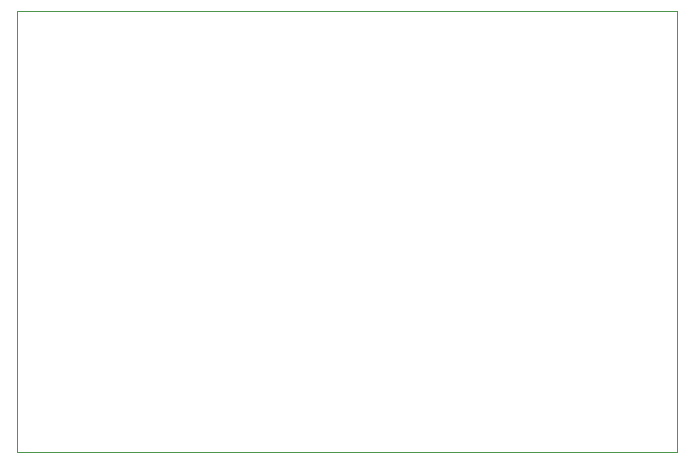
<source format=gbr>
%TF.GenerationSoftware,KiCad,Pcbnew,(5.1.10-1-10_14)*%
%TF.CreationDate,2021-11-15T20:19:36-05:00*%
%TF.ProjectId,interrupts,696e7465-7272-4757-9074-732e6b696361,rev?*%
%TF.SameCoordinates,Original*%
%TF.FileFunction,Profile,NP*%
%FSLAX46Y46*%
G04 Gerber Fmt 4.6, Leading zero omitted, Abs format (unit mm)*
G04 Created by KiCad (PCBNEW (5.1.10-1-10_14)) date 2021-11-15 20:19:36*
%MOMM*%
%LPD*%
G01*
G04 APERTURE LIST*
%TA.AperFunction,Profile*%
%ADD10C,0.050000*%
%TD*%
G04 APERTURE END LIST*
D10*
X133858000Y-115570000D02*
X133858000Y-78232000D01*
X189738000Y-78232000D02*
X189738000Y-115570000D01*
X133858000Y-115570000D02*
X189738000Y-115570000D01*
X189738000Y-78232000D02*
X147066000Y-78232000D01*
X147066000Y-78232000D02*
X133858000Y-78232000D01*
M02*

</source>
